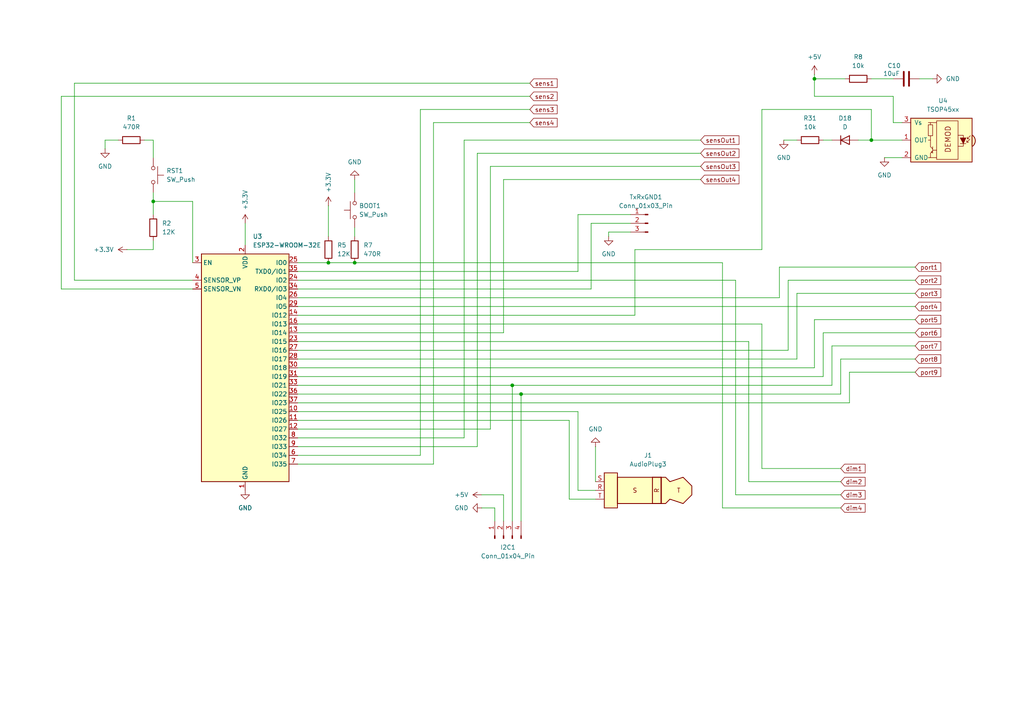
<source format=kicad_sch>
(kicad_sch (version 20231120) (generator "eeschema") (generator_version "8.0")
  (paper "A4")
  (lib_symbols
    (symbol "Connector:Conn_01x03_Pin" (pin_names (offset 1.016) hide)
      (property "Reference" "J" (at 0 5.08 0))
      (property "Value" "Conn_01x03_Pin" (at 0 -5.08 0))
      (symbol "Conn_01x03_Pin_1_1"
        (polyline (pts (xy 1.27 -2.54) (xy 0.8636 -2.54)) (stroke (width 0.1524)))
        (polyline (pts (xy 1.27 0) (xy 0.8636 0)) (stroke (width 0.1524)))
        (polyline (pts (xy 1.27 2.54) (xy 0.8636 2.54)) (stroke (width 0.1524)))
        (rectangle (start 0.8636 -2.413) (end 0 -2.667) (stroke (width 0.1524)) (fill (type outline)))
        (rectangle (start 0.8636 0.127) (end 0 -0.127) (stroke (width 0.1524)) (fill (type outline)))
        (rectangle (start 0.8636 2.667) (end 0 2.413) (stroke (width 0.1524)) (fill (type outline)))
        (pin passive line (at 5.08 2.54 180) (length 3.81) (name "Pin_1") (number "1"))
        (pin passive line (at 5.08 0 180) (length 3.81) (name "Pin_2") (number "2"))
        (pin passive line (at 5.08 -2.54 180) (length 3.81) (name "Pin_3") (number "3"))
      )
    )
    (symbol "Connector:Conn_01x04_Pin" (pin_names (offset 1.016) hide)
      (property "Reference" "J" (at 0 5.08 0))
      (property "Value" "Conn_01x04_Pin" (at 0 -7.62 0))
      (symbol "Conn_01x04_Pin_1_1"
        (polyline (pts (xy 1.27 -5.08) (xy 0.8636 -5.08)) (stroke (width 0.1524)))
        (polyline (pts (xy 1.27 -2.54) (xy 0.8636 -2.54)) (stroke (width 0.1524)))
        (polyline (pts (xy 1.27 0) (xy 0.8636 0)) (stroke (width 0.1524)))
        (polyline (pts (xy 1.27 2.54) (xy 0.8636 2.54)) (stroke (width 0.1524)))
        (rectangle (start 0.8636 -4.953) (end 0 -5.207) (stroke (width 0.1524)) (fill (type outline)))
        (rectangle (start 0.8636 -2.413) (end 0 -2.667) (stroke (width 0.1524)) (fill (type outline)))
        (rectangle (start 0.8636 0.127) (end 0 -0.127) (stroke (width 0.1524)) (fill (type outline)))
        (rectangle (start 0.8636 2.667) (end 0 2.413) (stroke (width 0.1524)) (fill (type outline)))
        (pin passive line (at 5.08 2.54 180) (length 3.81) (name "Pin_1") (number "1"))
        (pin passive line (at 5.08 0 180) (length 3.81) (name "Pin_2") (number "2"))
        (pin passive line (at 5.08 -2.54 180) (length 3.81) (name "Pin_3") (number "3"))
        (pin passive line (at 5.08 -5.08 180) (length 3.81) (name "Pin_4") (number "4"))
      )
    )
    (symbol "Connector_Audio:AudioPlug3"
      (property "Reference" "J" (at 1.27 6.35 0))
      (property "Value" "AudioPlug3" (at 1.27 -6.35 0))
      (symbol "AudioPlug3_0_0"
        (text "R" (at -2.54 0 900) (effects (font (size 1.27 1.27))))
      )
      (symbol "AudioPlug3_0_1"
        (rectangle (start -3.81 3.81) (end -1.27 -3.81) (stroke (width 0.254)))
        (rectangle (start -1.27 -1.27) (end -1.27 -1.27))
      )
      (symbol "AudioPlug3_1_0"
        (text "S" (at 3.81 0 0) (effects (font (size 1.27 1.27))))
        (text "T" (at -8.89 0 0) (effects (font (size 1.27 1.27))))
      )
      (symbol "AudioPlug3_1_1"
        (rectangle (start -3.81 3.81) (end 8.89 -3.81) (stroke (width 0.254)) (fill (type background)))
        (polyline (pts (xy -3.81 3.81) (xy -5.08 3.81) (xy -6.35 2.54) (xy -10.16 3.81) (xy -12.7 1.27) (xy -12.7 -1.27) (xy -10.16 -3.81) (xy -6.35 -2.54) (xy -5.08 -3.81) (xy -3.81 -3.81) (xy -3.81 3.81)) (stroke (width 0.254)) (fill (type background)))
        (rectangle (start 12.7 5.08) (end 8.89 -5.08) (stroke (width 0.254)) (fill (type background)))
        (pin passive line (at 15.24 0 180) (length 2.54) (name "~") (number "R"))
        (pin passive line (at 15.24 2.54 180) (length 2.54) (name "~") (number "S"))
        (pin passive line (at 15.24 -2.54 180) (length 2.54) (name "~") (number "T"))
      )
    )
    (symbol "Device:C" (pin_numbers hide) (pin_names (offset 0.254))
      (property "Reference" "C" (at 0.635 2.54 0))
      (property "Value" "C" (at 0.635 -2.54 0))
      (symbol "C_0_1"
        (polyline (pts (xy -2.032 -0.762) (xy 2.032 -0.762)) (stroke (width 0.508)))
        (polyline (pts (xy -2.032 0.762) (xy 2.032 0.762)) (stroke (width 0.508)))
      )
      (symbol "C_1_1"
        (pin passive line (at 0 3.81 270) (length 2.794) (name "~") (number "1"))
        (pin passive line (at 0 -3.81 90) (length 2.794) (name "~") (number "2"))
      )
    )
    (symbol "Device:D" (pin_numbers hide) (pin_names (offset 1.016) hide)
      (property "Reference" "D" (at 0 2.54 0))
      (property "Value" "D" (at 0 -2.54 0))
      (symbol "D_0_1"
        (polyline (pts (xy -1.27 1.27) (xy -1.27 -1.27)) (stroke (width 0.254)))
        (polyline (pts (xy 1.27 0) (xy -1.27 0)))
        (polyline (pts (xy 1.27 1.27) (xy 1.27 -1.27) (xy -1.27 0) (xy 1.27 1.27)) (stroke (width 0.254)))
      )
      (symbol "D_1_1"
        (pin passive line (at -3.81 0 0) (length 2.54) (name "K") (number "1"))
        (pin passive line (at 3.81 0 180) (length 2.54) (name "A") (number "2"))
      )
    )
    (symbol "Device:R" (pin_numbers hide) (pin_names (offset 0))
      (property "Reference" "R" (at 2.032 0 90))
      (property "Value" "R" (at 0 0 90))
      (symbol "R_0_1"
        (rectangle (start -1.016 -2.54) (end 1.016 2.54) (stroke (width 0.254)))
      )
      (symbol "R_1_1"
        (pin passive line (at 0 3.81 270) (length 1.27) (name "~") (number "1"))
        (pin passive line (at 0 -3.81 90) (length 1.27) (name "~") (number "2"))
      )
    )
    (symbol "Interface_Optical:TSOP45xx" (pin_names (offset 1.016))
      (property "Reference" "U" (at -10.16 7.62 0))
      (property "Value" "TSOP45xx" (at -10.16 -7.62 0))
      (symbol "TSOP45xx_0_0"
        (arc (start -10.287 1.397) (mid -11.0899 -0.1852) (end -10.287 -1.778) (stroke (width 0.254)) (fill (type background)))
        (polyline (pts (xy 1.905 -5.08) (xy 0.127 -5.08)))
        (polyline (pts (xy 1.905 5.08) (xy 0.127 5.08)))
        (text "DEMOD" (at -3.175 0.254 900) (effects (font (size 1.524 1.524))))
      )
      (symbol "TSOP45xx_0_1"
        (rectangle (start -6.096 5.588) (end 0.127 -5.588))
        (polyline (pts (xy -8.763 0.381) (xy -9.652 1.27)))
        (polyline (pts (xy -8.763 0.381) (xy -9.271 0.381)))
        (polyline (pts (xy -8.763 0.381) (xy -8.763 0.889)))
        (polyline (pts (xy -8.636 -0.635) (xy -9.525 0.254)))
        (polyline (pts (xy -8.636 -0.635) (xy -9.144 -0.635)))
        (polyline (pts (xy -8.636 -0.635) (xy -8.636 -0.127)))
        (polyline (pts (xy -8.382 -1.016) (xy -6.731 -1.016)))
        (polyline (pts (xy 1.27 -2.921) (xy 0.127 -2.921)))
        (polyline (pts (xy 1.27 -1.905) (xy 1.27 -3.81)))
        (polyline (pts (xy 1.397 -3.556) (xy 1.524 -3.556)))
        (polyline (pts (xy 1.651 -3.556) (xy 1.524 -3.556)))
        (polyline (pts (xy 1.651 -3.556) (xy 1.651 -3.302)))
        (polyline (pts (xy 1.905 0) (xy 1.905 1.27)))
        (polyline (pts (xy 1.905 4.445) (xy 1.905 5.08) (xy 2.54 5.08)))
        (polyline (pts (xy -8.382 0.635) (xy -6.731 0.635) (xy -7.62 -1.016) (xy -8.382 0.635)) (fill (type outline)))
        (polyline (pts (xy -6.096 1.397) (xy -7.62 1.397) (xy -7.62 -1.778) (xy -6.096 -1.778)))
        (polyline (pts (xy 1.27 -3.175) (xy 1.905 -3.81) (xy 1.905 -5.08) (xy 2.54 -5.08)))
        (polyline (pts (xy 1.27 -2.54) (xy 1.905 -1.905) (xy 1.905 0) (xy 2.54 0)))
        (rectangle (start 2.54 1.27) (end 1.27 4.445))
        (rectangle (start 7.62 6.35) (end -10.16 -6.35) (stroke (width 0.254)) (fill (type background)))
      )
      (symbol "TSOP45xx_1_1"
        (pin output line (at 10.16 0 180) (length 2.54) (name "OUT") (number "1"))
        (pin power_in line (at 10.16 -5.08 180) (length 2.54) (name "GND") (number "2"))
        (pin power_in line (at 10.16 5.08 180) (length 2.54) (name "Vs") (number "3"))
      )
    )
    (symbol "RF_Module:ESP32-WROOM-32E"
      (property "Reference" "U" (at -12.7 34.29 0))
      (property "Value" "ESP32-WROOM-32E" (at 1.27 34.29 0))
      (symbol "ESP32-WROOM-32E_0_1"
        (rectangle (start -12.7 33.02) (end 12.7 -33.02) (stroke (width 0.254)) (fill (type background)))
      )
      (symbol "ESP32-WROOM-32E_1_1"
        (pin power_in line (at 0 -35.56 90) (length 2.54) (name "GND") (number "1"))
        (pin bidirectional line (at 15.24 -12.7 180) (length 2.54) (name "IO25") (number "10"))
        (pin bidirectional line (at 15.24 -15.24 180) (length 2.54) (name "IO26") (number "11"))
        (pin bidirectional line (at 15.24 -17.78 180) (length 2.54) (name "IO27") (number "12"))
        (pin bidirectional line (at 15.24 10.16 180) (length 2.54) (name "IO14") (number "13"))
        (pin bidirectional line (at 15.24 15.24 180) (length 2.54) (name "IO12") (number "14"))
        (pin passive line (at 0 -35.56 90) (length 2.54) hide (name "GND") (number "15"))
        (pin bidirectional line (at 15.24 12.7 180) (length 2.54) (name "IO13") (number "16"))
        (pin no_connect line (at -12.7 -5.08 0) (length 2.54) hide (name "NC") (number "17"))
        (pin no_connect line (at -12.7 -7.62 0) (length 2.54) hide (name "NC") (number "18"))
        (pin no_connect line (at -12.7 -12.7 0) (length 2.54) hide (name "NC") (number "19"))
        (pin power_in line (at 0 35.56 270) (length 2.54) (name "VDD") (number "2"))
        (pin no_connect line (at -12.7 -10.16 0) (length 2.54) hide (name "NC") (number "20"))
        (pin no_connect line (at -12.7 0 0) (length 2.54) hide (name "NC") (number "21"))
        (pin no_connect line (at -12.7 -2.54 0) (length 2.54) hide (name "NC") (number "22"))
        (pin bidirectional line (at 15.24 7.62 180) (length 2.54) (name "IO15") (number "23"))
        (pin bidirectional line (at 15.24 25.4 180) (length 2.54) (name "IO2") (number "24"))
        (pin bidirectional line (at 15.24 30.48 180) (length 2.54) (name "IO0") (number "25"))
        (pin bidirectional line (at 15.24 20.32 180) (length 2.54) (name "IO4") (number "26"))
        (pin bidirectional line (at 15.24 5.08 180) (length 2.54) (name "IO16") (number "27"))
        (pin bidirectional line (at 15.24 2.54 180) (length 2.54) (name "IO17") (number "28"))
        (pin bidirectional line (at 15.24 17.78 180) (length 2.54) (name "IO5") (number "29"))
        (pin input line (at -15.24 30.48 0) (length 2.54) (name "EN") (number "3"))
        (pin bidirectional line (at 15.24 0 180) (length 2.54) (name "IO18") (number "30"))
        (pin bidirectional line (at 15.24 -2.54 180) (length 2.54) (name "IO19") (number "31"))
        (pin no_connect line (at -12.7 -27.94 0) (length 2.54) hide (name "NC") (number "32"))
        (pin bidirectional line (at 15.24 -5.08 180) (length 2.54) (name "IO21") (number "33"))
        (pin bidirectional line (at 15.24 22.86 180) (length 2.54) (name "RXD0/IO3") (number "34"))
        (pin bidirectional line (at 15.24 27.94 180) (length 2.54) (name "TXD0/IO1") (number "35"))
        (pin bidirectional line (at 15.24 -7.62 180) (length 2.54) (name "IO22") (number "36"))
        (pin bidirectional line (at 15.24 -10.16 180) (length 2.54) (name "IO23") (number "37"))
        (pin passive line (at 0 -35.56 90) (length 2.54) hide (name "GND") (number "38"))
        (pin passive line (at 0 -35.56 90) (length 2.54) hide (name "GND") (number "39"))
        (pin input line (at -15.24 25.4 0) (length 2.54) (name "SENSOR_VP") (number "4"))
        (pin input line (at -15.24 22.86 0) (length 2.54) (name "SENSOR_VN") (number "5"))
        (pin input line (at 15.24 -25.4 180) (length 2.54) (name "IO34") (number "6"))
        (pin input line (at 15.24 -27.94 180) (length 2.54) (name "IO35") (number "7"))
        (pin bidirectional line (at 15.24 -20.32 180) (length 2.54) (name "IO32") (number "8"))
        (pin bidirectional line (at 15.24 -22.86 180) (length 2.54) (name "IO33") (number "9"))
      )
    )
    (symbol "Switch:SW_Push" (pin_numbers hide) (pin_names (offset 1.016) hide)
      (property "Reference" "SW" (at 1.27 2.54 0))
      (property "Value" "SW_Push" (at 0 -1.524 0))
      (symbol "SW_Push_0_1"
        (circle (center -2.032 0) (radius 0.508))
        (polyline (pts (xy 0 1.27) (xy 0 3.048)))
        (polyline (pts (xy 2.54 1.27) (xy -2.54 1.27)))
        (circle (center 2.032 0) (radius 0.508))
        (pin passive line (at -5.08 0 0) (length 2.54) (name "1") (number "1"))
        (pin passive line (at 5.08 0 180) (length 2.54) (name "2") (number "2"))
      )
    )
    (symbol "power:+3.3V" (power) (pin_numbers hide) (pin_names (offset 0) hide)
      (property "Value" "+3.3V" (at 0 3.556 0))
      (symbol "+3.3V_0_1"
        (polyline (pts (xy -0.762 1.27) (xy 0 2.54)))
        (polyline (pts (xy 0 0) (xy 0 2.54)))
        (polyline (pts (xy 0 2.54) (xy 0.762 1.27)))
      )
      (symbol "+3.3V_1_1"
        (pin power_in line (at 0 0 90) (length 0) (name "~") (number "1"))
      )
    )
    (symbol "power:+5V" (power) (pin_numbers hide) (pin_names (offset 0) hide)
      (property "Value" "+5V" (at 0 3.556 0))
      (symbol "+5V_0_1"
        (polyline (pts (xy -0.762 1.27) (xy 0 2.54)))
        (polyline (pts (xy 0 0) (xy 0 2.54)))
        (polyline (pts (xy 0 2.54) (xy 0.762 1.27)))
      )
      (symbol "+5V_1_1"
        (pin power_in line (at 0 0 90) (length 0) (name "~") (number "1"))
      )
    )
    (symbol "power:GND" (power) (pin_numbers hide) (pin_names (offset 0) hide)
      (property "Value" "GND" (at 0 -3.81 0))
      (symbol "GND_0_1"
        (polyline (pts (xy 0 0) (xy 0 -1.27) (xy 1.27 -1.27) (xy 0 -2.54) (xy -1.27 -1.27) (xy 0 -1.27)))
      )
      (symbol "GND_1_1"
        (pin power_in line (at 0 0 270) (length 0) (name "~") (number "1"))
      )
    )
  )
  (junction (at 148.59 111.76))
  (junction (at 44.45 58.42))
  (junction (at 95.25 76.2))
  (junction (at 102.87 76.2))
  (junction (at 252.73 40.64))
  (junction (at 236.22 22.86))
  (junction (at 151.13 114.3))
  (wire (pts (xy 176.53 67.31) (xy 182.88 67.31)))
  (wire (pts (xy 86.36 111.76) (xy 148.59 111.76)))
  (wire (pts (xy 86.36 91.44) (xy 184.15 91.44)))
  (wire (pts (xy 41.91 40.64) (xy 44.45 40.64)))
  (wire (pts (xy 86.36 114.3) (xy 151.13 114.3)))
  (wire (pts (xy 243.84 104.14) (xy 265.43 104.14)))
  (wire (pts (xy 34.29 40.64) (xy 30.48 40.64)))
  (wire (pts (xy 184.15 72.39) (xy 220.98 72.39)))
  (wire (pts (xy 55.88 83.82) (xy 17.78 83.82)))
  (wire (pts (xy 261.62 35.56) (xy 259.08 35.56)))
  (wire (pts (xy 167.64 142.24) (xy 172.72 142.24)))
  (wire (pts (xy 138.43 44.45) (xy 203.2 44.45)))
  (wire (pts (xy 231.14 104.14) (xy 231.14 85.09)))
  (wire (pts (xy 228.6 81.28) (xy 265.43 81.28)))
  (wire (pts (xy 146.05 52.07) (xy 203.2 52.07)))
  (wire (pts (xy 44.45 62.23) (xy 44.45 58.42)))
  (wire (pts (xy 36.83 72.39) (xy 44.45 72.39)))
  (wire (pts (xy 86.36 78.74) (xy 167.64 78.74)))
  (wire (pts (xy 102.87 52.07) (xy 102.87 55.88)))
  (wire (pts (xy 248.92 40.64) (xy 252.73 40.64)))
  (wire (pts (xy 148.59 111.76) (xy 148.59 151.13)))
  (wire (pts (xy 252.73 31.75) (xy 252.73 40.64)))
  (wire (pts (xy 86.36 124.46) (xy 142.24 124.46)))
  (wire (pts (xy 55.88 81.28) (xy 21.59 81.28)))
  (wire (pts (xy 138.43 129.54) (xy 138.43 44.45)))
  (wire (pts (xy 86.36 96.52) (xy 146.05 96.52)))
  (wire (pts (xy 86.36 81.28) (xy 213.36 81.28)))
  (wire (pts (xy 238.76 40.64) (xy 241.3 40.64)))
  (wire (pts (xy 243.84 147.32) (xy 209.55 147.32)))
  (wire (pts (xy 121.92 31.75) (xy 153.67 31.75)))
  (wire (pts (xy 86.36 88.9) (xy 265.43 88.9)))
  (wire (pts (xy 146.05 151.13) (xy 146.05 143.51)))
  (wire (pts (xy 44.45 40.64) (xy 44.45 45.72)))
  (wire (pts (xy 238.76 96.52) (xy 265.43 96.52)))
  (wire (pts (xy 167.64 142.24) (xy 167.64 119.38)))
  (wire (pts (xy 146.05 143.51) (xy 139.7 143.51)))
  (wire (pts (xy 165.1 144.78) (xy 165.1 121.92)))
  (wire (pts (xy 220.98 31.75) (xy 252.73 31.75)))
  (wire (pts (xy 167.64 78.74) (xy 167.64 62.23)))
  (wire (pts (xy 17.78 27.94) (xy 153.67 27.94)))
  (wire (pts (xy 86.36 104.14) (xy 231.14 104.14)))
  (wire (pts (xy 71.12 64.77) (xy 71.12 71.12)))
  (wire (pts (xy 176.53 67.31) (xy 176.53 68.58)))
  (wire (pts (xy 95.25 76.2) (xy 102.87 76.2)))
  (wire (pts (xy 86.36 106.68) (xy 236.22 106.68)))
  (wire (pts (xy 148.59 111.76) (xy 241.3 111.76)))
  (wire (pts (xy 236.22 92.71) (xy 265.43 92.71)))
  (wire (pts (xy 44.45 72.39) (xy 44.45 69.85)))
  (wire (pts (xy 165.1 144.78) (xy 172.72 144.78)))
  (wire (pts (xy 86.36 109.22) (xy 238.76 109.22)))
  (wire (pts (xy 217.17 139.7) (xy 243.84 139.7)))
  (wire (pts (xy 256.54 45.72) (xy 261.62 45.72)))
  (wire (pts (xy 236.22 21.59) (xy 236.22 22.86)))
  (wire (pts (xy 86.36 127) (xy 134.62 127)))
  (wire (pts (xy 151.13 114.3) (xy 151.13 151.13)))
  (wire (pts (xy 236.22 27.94) (xy 236.22 22.86)))
  (wire (pts (xy 246.38 116.84) (xy 246.38 107.95)))
  (wire (pts (xy 17.78 83.82) (xy 17.78 27.94)))
  (wire (pts (xy 220.98 135.89) (xy 243.84 135.89)))
  (wire (pts (xy 146.05 96.52) (xy 146.05 52.07)))
  (wire (pts (xy 102.87 66.04) (xy 102.87 68.58)))
  (wire (pts (xy 44.45 58.42) (xy 44.45 55.88)))
  (wire (pts (xy 167.64 62.23) (xy 182.88 62.23)))
  (wire (pts (xy 226.06 86.36) (xy 226.06 77.47)))
  (wire (pts (xy 246.38 107.95) (xy 265.43 107.95)))
  (wire (pts (xy 171.45 83.82) (xy 171.45 64.77)))
  (wire (pts (xy 231.14 85.09) (xy 265.43 85.09)))
  (wire (pts (xy 213.36 81.28) (xy 213.36 143.51)))
  (wire (pts (xy 134.62 40.64) (xy 203.2 40.64)))
  (wire (pts (xy 243.84 114.3) (xy 243.84 104.14)))
  (wire (pts (xy 259.08 27.94) (xy 236.22 27.94)))
  (wire (pts (xy 209.55 147.32) (xy 209.55 76.2)))
  (wire (pts (xy 86.36 86.36) (xy 226.06 86.36)))
  (wire (pts (xy 143.51 147.32) (xy 139.7 147.32)))
  (wire (pts (xy 172.72 139.7) (xy 172.72 129.54)))
  (wire (pts (xy 259.08 35.56) (xy 259.08 27.94)))
  (wire (pts (xy 86.36 134.62) (xy 125.73 134.62)))
  (wire (pts (xy 86.36 93.98) (xy 220.98 93.98)))
  (wire (pts (xy 143.51 151.13) (xy 143.51 147.32)))
  (wire (pts (xy 134.62 127) (xy 134.62 40.64)))
  (wire (pts (xy 238.76 109.22) (xy 238.76 96.52)))
  (wire (pts (xy 86.36 129.54) (xy 138.43 129.54)))
  (wire (pts (xy 165.1 121.92) (xy 86.36 121.92)))
  (wire (pts (xy 220.98 31.75) (xy 220.98 72.39)))
  (wire (pts (xy 55.88 58.42) (xy 44.45 58.42)))
  (wire (pts (xy 21.59 81.28) (xy 21.59 24.13)))
  (wire (pts (xy 241.3 111.76) (xy 241.3 100.33)))
  (wire (pts (xy 86.36 132.08) (xy 121.92 132.08)))
  (wire (pts (xy 55.88 58.42) (xy 55.88 76.2)))
  (wire (pts (xy 266.7 22.86) (xy 270.51 22.86)))
  (wire (pts (xy 213.36 143.51) (xy 243.84 143.51)))
  (wire (pts (xy 171.45 64.77) (xy 182.88 64.77)))
  (wire (pts (xy 121.92 132.08) (xy 121.92 31.75)))
  (wire (pts (xy 86.36 76.2) (xy 95.25 76.2)))
  (wire (pts (xy 227.33 40.64) (xy 231.14 40.64)))
  (wire (pts (xy 30.48 40.64) (xy 30.48 43.18)))
  (wire (pts (xy 241.3 100.33) (xy 265.43 100.33)))
  (wire (pts (xy 102.87 76.2) (xy 209.55 76.2)))
  (wire (pts (xy 220.98 93.98) (xy 220.98 135.89)))
  (wire (pts (xy 95.25 59.69) (xy 95.25 68.58)))
  (wire (pts (xy 236.22 22.86) (xy 245.11 22.86)))
  (wire (pts (xy 151.13 114.3) (xy 243.84 114.3)))
  (wire (pts (xy 125.73 35.56) (xy 153.67 35.56)))
  (wire (pts (xy 86.36 119.38) (xy 167.64 119.38)))
  (wire (pts (xy 236.22 106.68) (xy 236.22 92.71)))
  (wire (pts (xy 217.17 99.06) (xy 217.17 139.7)))
  (wire (pts (xy 86.36 83.82) (xy 171.45 83.82)))
  (wire (pts (xy 86.36 101.6) (xy 228.6 101.6)))
  (wire (pts (xy 142.24 48.26) (xy 203.2 48.26)))
  (wire (pts (xy 184.15 91.44) (xy 184.15 72.39)))
  (wire (pts (xy 125.73 134.62) (xy 125.73 35.56)))
  (wire (pts (xy 86.36 99.06) (xy 217.17 99.06)))
  (wire (pts (xy 226.06 77.47) (xy 265.43 77.47)))
  (wire (pts (xy 228.6 101.6) (xy 228.6 81.28)))
  (wire (pts (xy 142.24 124.46) (xy 142.24 48.26)))
  (wire (pts (xy 21.59 24.13) (xy 153.67 24.13)))
  (wire (pts (xy 86.36 116.84) (xy 246.38 116.84)))
  (wire (pts (xy 252.73 40.64) (xy 261.62 40.64)))
  (wire (pts (xy 252.73 22.86) (xy 259.08 22.86)))
  (global_label "port2" (shape input) (at 265.43 81.28 0) (property "Intersheetrefs" "${INTERSHEET_REFS}" (effects (hide yes))))
  (global_label "port9" (shape input) (at 265.43 107.95 0) (property "Intersheetrefs" "${INTERSHEET_REFS}" (effects (hide yes))))
  (global_label "sensOut1" (shape input) (at 203.2 40.64 0) (property "Intersheetrefs" "${INTERSHEET_REFS}" (effects (hide yes))))
  (global_label "port8" (shape input) (at 265.43 104.14 0) (property "Intersheetrefs" "${INTERSHEET_REFS}" (effects (hide yes))))
  (global_label "sens4" (shape input) (at 153.67 35.56 0) (property "Intersheetrefs" "${INTERSHEET_REFS}" (effects (hide yes))))
  (global_label "port6" (shape input) (at 265.43 96.52 0) (property "Intersheetrefs" "${INTERSHEET_REFS}" (effects (hide yes))))
  (global_label "port1" (shape input) (at 265.43 77.47 0) (property "Intersheetrefs" "${INTERSHEET_REFS}" (effects (hide yes))))
  (global_label "port3" (shape input) (at 265.43 85.09 0) (property "Intersheetrefs" "${INTERSHEET_REFS}" (effects (hide yes))))
  (global_label "port4" (shape input) (at 265.43 88.9 0) (property "Intersheetrefs" "${INTERSHEET_REFS}" (effects (hide yes))))
  (global_label "sensOut2" (shape input) (at 203.2 44.45 0) (property "Intersheetrefs" "${INTERSHEET_REFS}" (effects (hide yes))))
  (global_label "sens1" (shape input) (at 153.67 24.13 0) (property "Intersheetrefs" "${INTERSHEET_REFS}" (effects (hide yes))))
  (global_label "dim3" (shape input) (at 243.84 143.51 0) (property "Intersheetrefs" "${INTERSHEET_REFS}" (effects (hide yes))))
  (global_label "port7" (shape input) (at 265.43 100.33 0) (property "Intersheetrefs" "${INTERSHEET_REFS}" (effects (hide yes))))
  (global_label "dim2" (shape input) (at 243.84 139.7 0) (property "Intersheetrefs" "${INTERSHEET_REFS}" (effects (hide yes))))
  (global_label "sens2" (shape input) (at 153.67 27.94 0) (property "Intersheetrefs" "${INTERSHEET_REFS}" (effects (hide yes))))
  (global_label "port5" (shape input) (at 265.43 92.71 0) (property "Intersheetrefs" "${INTERSHEET_REFS}" (effects (hide yes))))
  (global_label "dim4" (shape input) (at 243.84 147.32 0) (property "Intersheetrefs" "${INTERSHEET_REFS}" (effects (hide yes))))
  (global_label "sensOut3" (shape input) (at 203.2 48.26 0) (property "Intersheetrefs" "${INTERSHEET_REFS}" (effects (hide yes))))
  (global_label "dim1" (shape input) (at 243.84 135.89 0) (property "Intersheetrefs" "${INTERSHEET_REFS}" (effects (hide yes))))
  (global_label "sensOut4" (shape input) (at 203.2 52.07 0) (property "Intersheetrefs" "${INTERSHEET_REFS}" (effects (hide yes))))
  (global_label "sens3" (shape input) (at 153.67 31.75 0) (property "Intersheetrefs" "${INTERSHEET_REFS}" (effects (hide yes))))
  (symbol (lib_id "Interface_Optical:TSOP45xx") (at 271.78 40.64 0) (mirror y) (unit 1)
    (property "Reference" "U4" (at 273.515 29.21 0))
    (property "Value" "TSOP45xx" (at 273.515 31.75 0))
    (property "Footprint" "OptoDevice:Vishay_MOLD-3Pin" (effects (hide yes)))
    (property "Datasheet" "http://www.vishay.com/docs/82460/tsop45.pdf" (effects (hide yes)))
    (property "Description" "IR Receiver Modules for Remote Control Systems" (effects (hide yes)))
  )
  (symbol (lib_id "Device:R") (at 44.45 66.04 0) (unit 1)
    (property "Reference" "R2" (at 46.99 64.7699 0) (effects (justify left)))
    (property "Value" "12K" (at 46.99 67.3099 0) (effects (justify left)))
    (property "Footprint" "Resistor_SMD:R_0805_2012Metric_Pad1.20x1.40mm_HandSolder" (effects (hide yes)))
    (property "Description" "Resistor" (effects (hide yes)))
  )
  (symbol (lib_id "power:GND") (at 270.51 22.86 90) (mirror x) (unit 1)
    (property "Reference" "#PWR07" (effects (hide yes)))
    (property "Value" "GND" (at 274.32 22.8601 90) (effects (justify right)))
    (property "Description" "Power symbol creates a global label with name \"GND\" , ground" (effects (hide yes)))
  )
  (symbol (lib_id "power:+3.3V") (at 36.83 72.39 90) (unit 1)
    (property "Reference" "#PWR03" (effects (hide yes)))
    (property "Value" "+3.3V" (at 33.02 72.3901 90) (effects (justify left)))
    (property "Description" "Power symbol creates a global label with name \"+3.3V\"" (effects (hide yes)))
  )
  (symbol (lib_id "power:GND") (at 139.7 147.32 270) (unit 1)
    (property "Reference" "#PWR018" (effects (hide yes)))
    (property "Value" "GND" (at 135.89 147.3199 90) (effects (justify right)))
    (property "Description" "Power symbol creates a global label with name \"GND\" , ground" (effects (hide yes)))
  )
  (symbol (lib_id "power:GND") (at 256.54 45.72 0) (unit 1)
    (property "Reference" "#PWR022" (effects (hide yes)))
    (property "Value" "GND" (at 256.54 50.8 0))
    (property "Description" "Power symbol creates a global label with name \"GND\" , ground" (effects (hide yes)))
  )
  (symbol (lib_id "power:+3.3V") (at 95.25 59.69 0) (unit 1)
    (property "Reference" "#PWR013" (effects (hide yes)))
    (property "Value" "+3.3V" (at 95.2499 55.88 90) (effects (justify left)))
    (property "Description" "Power symbol creates a global label with name \"+3.3V\"" (effects (hide yes)))
  )
  (symbol (lib_id "Device:C") (at 262.89 22.86 90) (unit 1)
    (property "Reference" "C10" (at 259.334 19.05 90))
    (property "Value" "10uF" (at 258.572 21.336 90))
    (property "Footprint" "Capacitor_SMD:C_0805_2012Metric_Pad1.18x1.45mm_HandSolder" (effects (hide yes)))
    (property "Description" "Unpolarized capacitor" (effects (hide yes)))
  )
  (symbol (lib_id "Device:R") (at 248.92 22.86 270) (unit 1)
    (property "Reference" "R8" (at 248.92 16.51 90))
    (property "Value" "10k" (at 248.92 19.05 90))
    (property "Footprint" "Resistor_SMD:R_0805_2012Metric_Pad1.20x1.40mm_HandSolder" (effects (hide yes)))
    (property "Description" "Resistor" (effects (hide yes)))
  )
  (symbol (lib_id "power:+5V") (at 236.22 21.59 0) (unit 1)
    (property "Reference" "#PWR021" (effects (hide yes)))
    (property "Value" "+5V" (at 236.22 16.51 0))
    (property "Description" "Power symbol creates a global label with name \"+5V\"" (effects (hide yes)))
  )
  (symbol (lib_id "power:GND") (at 30.48 43.18 0) (unit 1)
    (property "Reference" "#PWR02" (effects (hide yes)))
    (property "Value" "GND" (at 30.48 48.26 0))
    (property "Description" "Power symbol creates a global label with name \"GND\" , ground" (effects (hide yes)))
  )
  (symbol (lib_id "power:GND") (at 102.87 52.07 180) (unit 1)
    (property "Reference" "#PWR014" (effects (hide yes)))
    (property "Value" "GND" (at 102.87 46.99 0))
    (property "Description" "Power symbol creates a global label with name \"GND\" , ground" (effects (hide yes)))
  )
  (symbol (lib_id "power:GND") (at 172.72 129.54 180) (unit 1)
    (property "Reference" "#PWR019" (effects (hide yes)))
    (property "Value" "GND" (at 172.72 124.46 0))
    (property "Description" "Power symbol creates a global label with name \"GND\" , ground" (effects (hide yes)))
  )
  (symbol (lib_id "Connector:Conn_01x04_Pin") (at 146.05 156.21 90) (unit 1)
    (property "Reference" "I2C1" (at 147.32 158.75 90))
    (property "Value" "Conn_01x04_Pin" (at 147.32 161.29 90))
    (property "Footprint" "Connector_JST:JST_XH_S4B-XH-A_1x04_P2.50mm_Horizontal" (effects (hide yes)))
    (property "Description" "Generic connector, single row, 01x04, script generated" (effects (hide yes)))
  )
  (symbol (lib_id "Switch:SW_Push") (at 44.45 50.8 270) (unit 1)
    (property "Reference" "RST1" (at 48.26 49.5299 90) (effects (justify left)))
    (property "Value" "SW_Push" (at 48.26 52.0699 90) (effects (justify left)))
    (property "Footprint" "Button_Switch_SMD:SW_Tactile_SPST_NO_Straight_CK_PTS636Sx25SMTRLFS" (effects (hide yes)))
    (property "Description" "Push button switch, generic, two pins" (effects (hide yes)))
  )
  (symbol (lib_id "power:+5V") (at 139.7 143.51 90) (unit 1)
    (property "Reference" "#PWR017" (effects (hide yes)))
    (property "Value" "+5V" (at 135.89 143.5099 90) (effects (justify left)))
    (property "Description" "Power symbol creates a global label with name \"+5V\"" (effects (hide yes)))
  )
  (symbol (lib_id "Device:D") (at 245.11 40.64 0) (unit 1)
    (property "Reference" "D18" (at 245.11 34.29 0))
    (property "Value" "D" (at 245.11 36.83 0))
    (property "Description" "Diode" (effects (hide yes)))
    (property "Sim.Device" "D" (effects (hide yes)))
    (property "Sim.Pins" "1=K 2=A" (effects (hide yes)))
  )
  (symbol (lib_id "Switch:SW_Push") (at 102.87 60.96 90) (unit 1)
    (property "Reference" "BOOT1" (at 104.14 59.6899 90) (effects (justify right)))
    (property "Value" "SW_Push" (at 104.14 62.2299 90) (effects (justify right)))
    (property "Footprint" "Button_Switch_SMD:SW_Tactile_SPST_NO_Straight_CK_PTS636Sx25SMTRLFS" (effects (hide yes)))
    (property "Description" "Push button switch, generic, two pins" (effects (hide yes)))
  )
  (symbol (lib_id "Device:R") (at 234.95 40.64 270) (unit 1)
    (property "Reference" "R31" (at 234.95 34.29 90))
    (property "Value" "10k" (at 234.95 36.83 90))
    (property "Footprint" "Resistor_SMD:R_0805_2012Metric_Pad1.20x1.40mm_HandSolder" (effects (hide yes)))
    (property "Description" "Resistor" (effects (hide yes)))
  )
  (symbol (lib_id "Device:R") (at 102.87 72.39 0) (unit 1)
    (property "Reference" "R7" (at 105.41 71.1199 0) (effects (justify left)))
    (property "Value" "470R" (at 105.41 73.6599 0) (effects (justify left)))
    (property "Footprint" "Resistor_SMD:R_0805_2012Metric_Pad1.20x1.40mm_HandSolder" (effects (hide yes)))
    (property "Description" "Resistor" (effects (hide yes)))
  )
  (symbol (lib_id "power:GND") (at 176.53 68.58 0) (unit 1)
    (property "Reference" "#PWR020" (effects (hide yes)))
    (property "Value" "GND" (at 176.53 73.66 0))
    (property "Description" "Power symbol creates a global label with name \"GND\" , ground" (effects (hide yes)))
  )
  (symbol (lib_id "power:+3.3V") (at 71.12 64.77 0) (unit 1)
    (property "Reference" "#PWR0108" (effects (hide yes)))
    (property "Value" "+3.3V" (at 71.1199 60.96 90) (effects (justify left)))
    (property "Description" "Power symbol creates a global label with name \"+3.3V\"" (effects (hide yes)))
  )
  (symbol (lib_id "RF_Module:ESP32-WROOM-32E") (at 71.12 106.68 0) (unit 1)
    (property "Reference" "U3" (at 73.3141 68.58 0) (effects (justify left)))
    (property "Value" "ESP32-WROOM-32E" (at 73.3141 71.12 0) (effects (justify left)))
    (property "Footprint" "RF_Module:ESP32-WROOM-32D" (effects (hide yes)))
    (property "Datasheet" "https://www.espressif.com/sites/default/files/documentation/esp32-wroom-32e_esp32-wroom-32ue_datasheet_en.pdf" (effects (hide yes)))
    (property "Description" "RF Module, ESP32-D0WD-V3 SoC, without PSRAM, Wi-Fi 802.11b/g/n, Bluetooth, BLE, 32-bit, 2.7-3.6V, onboard antenna, SMD" (effects (hide yes)))
  )
  (symbol (lib_id "Device:R") (at 38.1 40.64 270) (unit 1)
    (property "Reference" "R1" (at 38.1 34.29 90))
    (property "Value" "470R" (at 38.1 36.83 90))
    (property "Footprint" "Resistor_SMD:R_0805_2012Metric_Pad1.20x1.40mm_HandSolder" (effects (hide yes)))
    (property "Description" "Resistor" (effects (hide yes)))
  )
  (symbol (lib_id "Connector:Conn_01x03_Pin") (at 187.96 64.77 0) (mirror y) (unit 1)
    (property "Reference" "TxRxGND1" (at 187.325 57.15 0))
    (property "Value" "Conn_01x03_Pin" (at 187.325 59.69 0))
    (property "Footprint" "Connector_PinHeader_2.54mm:PinHeader_1x03_P2.54mm_Vertical" (effects (hide yes)))
    (property "Description" "Generic connector, single row, 01x03, script generated" (effects (hide yes)))
  )
  (symbol (lib_id "power:GND") (at 71.12 142.24 0) (unit 1)
    (property "Reference" "#PWR08" (effects (hide yes)))
    (property "Value" "GND" (at 71.12 147.32 0))
    (property "Description" "Power symbol creates a global label with name \"GND\" , ground" (effects (hide yes)))
  )
  (symbol (lib_id "Connector_Audio:AudioPlug3") (at 187.96 142.24 0) (mirror y) (unit 1)
    (property "Reference" "J1" (at 187.96 132.08 0))
    (property "Value" "AudioPlug3" (at 187.96 134.62 0))
    (property "Footprint" "Connector_Audio:Jack_3.5mm_CUI_SJ1-3525N_Horizontal" (effects (hide yes)))
    (property "Description" "Audio Jack, 3 Poles (Stereo / TRS)" (effects (hide yes)))
  )
  (symbol (lib_id "Device:R") (at 95.25 72.39 0) (unit 1)
    (property "Reference" "R5" (at 97.79 71.1199 0) (effects (justify left)))
    (property "Value" "12K" (at 97.79 73.6599 0) (effects (justify left)))
    (property "Footprint" "Resistor_SMD:R_0805_2012Metric_Pad1.20x1.40mm_HandSolder" (effects (hide yes)))
    (property "Description" "Resistor" (effects (hide yes)))
  )
  (symbol (lib_id "power:GND") (at 227.33 40.64 0) (unit 1)
    (property "Reference" "#PWR0109" (effects (hide yes)))
    (property "Value" "GND" (at 227.33 45.72 0))
    (property "Description" "Power symbol creates a global label with name \"GND\" , ground" (effects (hide yes)))
  )
  (sheet (at 302.26 118.11) (size 26.67 19.05) (stroke (width 0.1524))
    (property "Sheetname" "Power" (at 302.26 117.3984 0) (effects (justify left bottom)))
    (property "Sheetfile" "Power.kicad_sch" (at 302.26 137.7446 0) (effects (justify left top)))
  )
  (sheet (at 302.26 39.37) (size 26.67 19.05) (stroke (width 0.1524))
    (property "Sheetname" "Sens Inputs" (at 302.26 38.6584 0) (effects (justify left bottom)))
    (property "Sheetfile" "Sens_Inputs.kicad_sch" (at 302.26 59.0046 0) (effects (justify left top)))
  )
  (sheet (at 302.26 67.31) (size 26.67 19.05) (stroke (width 0.1524))
    (property "Sheetname" "Sens Outputs" (at 302.26 66.5984 0) (effects (justify left bottom)))
    (property "Sheetfile" "Sens_Outputs.kicad_sch" (at 302.26 86.9446 0) (effects (justify left top)))
  )
  (sheet (at 302.26 93.98) (size 26.67 17.78) (stroke (width 0.1524))
    (property "Sheetname" "Dimmers" (at 302.26 93.2684 0) (effects (justify left bottom)))
    (property "Sheetfile" "Dimmers.kicad_sch" (at 302.26 112.3446 0) (effects (justify left top)))
  )
  (sheet (at 302.26 11.43) (size 26.67 20.32) (stroke (width 0.1524))
    (property "Sheetname" "Port Outputs" (at 302.26 10.7184 0) (effects (justify left bottom)))
    (property "Sheetfile" "Port_Outputs.kicad_sch" (at 302.26 32.3346 0) (effects (justify left top)))
  )
)
</source>
